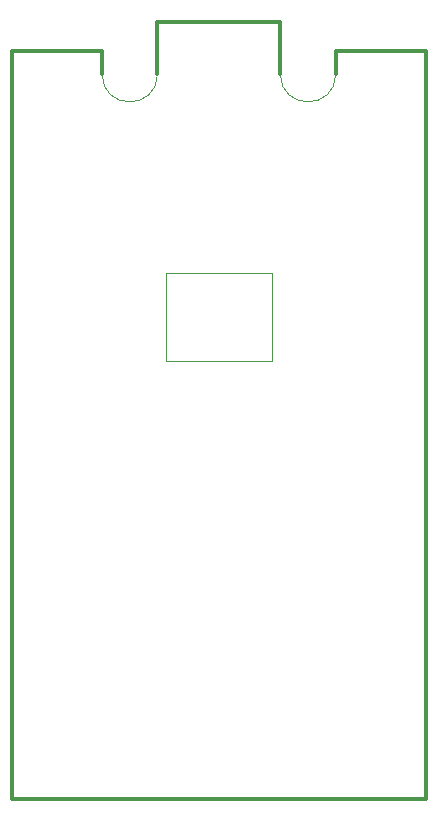
<source format=gko>
%FSLAX25Y25*%
%MOIN*%
G70*
G01*
G75*
G04 Layer_Color=16711935*
%ADD10C,0.01181*%
%ADD11C,0.00787*%
%ADD12C,0.01969*%
%ADD13C,0.03937*%
%ADD14R,0.03937X0.02756*%
%ADD15R,0.03150X0.05118*%
%ADD16R,0.02362X0.01969*%
%ADD17R,0.01969X0.02362*%
%ADD18R,0.04921X0.02756*%
%ADD19R,0.06693X0.03543*%
%ADD20R,0.06299X0.04921*%
%ADD21R,0.01181X0.03347*%
%ADD22R,0.02362X0.03347*%
%ADD23R,0.01969X0.01575*%
%ADD24R,0.02362X0.05512*%
%ADD25R,0.03150X0.07874*%
%ADD26R,0.02362X0.07874*%
%ADD27O,0.07480X0.12992*%
%ADD28R,0.01575X0.04724*%
%ADD29R,0.03543X0.03937*%
%ADD30O,0.05906X0.07874*%
%ADD31R,0.05906X0.07874*%
%ADD32R,0.04331X0.03937*%
%ADD33R,0.01575X0.06693*%
%ADD34R,0.02756X0.04921*%
%ADD35R,0.03543X0.02362*%
%ADD36O,0.02362X0.07874*%
%ADD37O,0.02362X0.05512*%
%ADD38R,0.05118X0.03150*%
%ADD39R,0.03937X0.02756*%
%ADD40R,0.02362X0.03937*%
%ADD41R,0.01969X0.03937*%
%ADD42O,0.05512X0.02362*%
%ADD43O,0.07874X0.09843*%
%ADD44O,0.09843X0.07874*%
%ADD45C,0.03150*%
%ADD46C,0.07874*%
%ADD47C,0.10000*%
%ADD48C,0.05906*%
%ADD49R,0.15300X0.31300*%
%ADD50R,0.33921X0.10400*%
%ADD51R,0.02874X0.02068*%
%ADD52R,0.11321X0.16200*%
%ADD53R,0.02719X0.08050*%
%ADD54R,0.06858X0.03154*%
%ADD55R,0.16400X0.14144*%
%ADD56R,0.09300X0.06156*%
%ADD57C,0.02559*%
G04:AMPARAMS|DCode=58|XSize=39.37mil|YSize=82.68mil|CornerRadius=17.72mil|HoleSize=0mil|Usage=FLASHONLY|Rotation=180.000|XOffset=0mil|YOffset=0mil|HoleType=Round|Shape=RoundedRectangle|*
%AMROUNDEDRECTD58*
21,1,0.03937,0.04724,0,0,180.0*
21,1,0.00394,0.08268,0,0,180.0*
1,1,0.03543,-0.00197,0.02362*
1,1,0.03543,0.00197,0.02362*
1,1,0.03543,0.00197,-0.02362*
1,1,0.03543,-0.00197,-0.02362*
%
%ADD58ROUNDEDRECTD58*%
G04:AMPARAMS|DCode=59|XSize=39.37mil|YSize=62.99mil|CornerRadius=17.72mil|HoleSize=0mil|Usage=FLASHONLY|Rotation=180.000|XOffset=0mil|YOffset=0mil|HoleType=Round|Shape=RoundedRectangle|*
%AMROUNDEDRECTD59*
21,1,0.03937,0.02756,0,0,180.0*
21,1,0.00394,0.06299,0,0,180.0*
1,1,0.03543,-0.00197,0.01378*
1,1,0.03543,0.00197,0.01378*
1,1,0.03543,0.00197,-0.01378*
1,1,0.03543,-0.00197,-0.01378*
%
%ADD59ROUNDEDRECTD59*%
%ADD60C,0.11811*%
%ADD61C,0.02362*%
%ADD62C,0.11811*%
%ADD63R,0.65400X0.19300*%
%ADD64R,0.65700X0.19200*%
%ADD65R,0.23000X0.09900*%
%ADD66R,0.11700X0.10615*%
%ADD67C,0.00197*%
%ADD68C,0.00394*%
%ADD69C,0.01000*%
%ADD70C,0.00984*%
%ADD71C,0.02362*%
%ADD72C,0.00500*%
%ADD73C,0.00800*%
%ADD74C,0.00591*%
%ADD75C,0.00400*%
%ADD76C,0.09843*%
%ADD77R,0.04331X0.03150*%
%ADD78R,0.03950X0.05918*%
%ADD79R,0.03162X0.02769*%
%ADD80R,0.02769X0.03162*%
%ADD81R,0.05721X0.03556*%
%ADD82R,0.07493X0.04343*%
%ADD83R,0.07099X0.05721*%
%ADD84R,0.01981X0.04147*%
%ADD85R,0.03162X0.04147*%
%ADD86R,0.02769X0.02375*%
%ADD87R,0.03162X0.06312*%
%ADD88R,0.03950X0.08674*%
%ADD89R,0.03162X0.08674*%
%ADD90O,0.08280X0.13792*%
%ADD91R,0.02375X0.05524*%
%ADD92R,0.04343X0.04737*%
%ADD93O,0.06706X0.08674*%
%ADD94R,0.06706X0.08674*%
%ADD95R,0.05131X0.04737*%
%ADD96R,0.02375X0.07493*%
%ADD97R,0.03556X0.05721*%
%ADD98R,0.04343X0.03162*%
%ADD99O,0.03162X0.08674*%
%ADD100O,0.03162X0.06312*%
%ADD101R,0.05918X0.03950*%
%ADD102R,0.04737X0.03556*%
%ADD103R,0.03162X0.04737*%
%ADD104R,0.02769X0.04737*%
%ADD105O,0.06312X0.03162*%
%ADD106O,0.08674X0.10642*%
%ADD107O,0.10642X0.08674*%
%ADD108C,0.03359*%
G04:AMPARAMS|DCode=109|XSize=47.37mil|YSize=90.68mil|CornerRadius=21.72mil|HoleSize=0mil|Usage=FLASHONLY|Rotation=180.000|XOffset=0mil|YOffset=0mil|HoleType=Round|Shape=RoundedRectangle|*
%AMROUNDEDRECTD109*
21,1,0.04737,0.04724,0,0,180.0*
21,1,0.00394,0.09068,0,0,180.0*
1,1,0.04343,-0.00197,0.02362*
1,1,0.04343,0.00197,0.02362*
1,1,0.04343,0.00197,-0.02362*
1,1,0.04343,-0.00197,-0.02362*
%
%ADD109ROUNDEDRECTD109*%
G04:AMPARAMS|DCode=110|XSize=47.37mil|YSize=70.99mil|CornerRadius=21.72mil|HoleSize=0mil|Usage=FLASHONLY|Rotation=180.000|XOffset=0mil|YOffset=0mil|HoleType=Round|Shape=RoundedRectangle|*
%AMROUNDEDRECTD110*
21,1,0.04737,0.02756,0,0,180.0*
21,1,0.00394,0.07099,0,0,180.0*
1,1,0.04343,-0.00197,0.01378*
1,1,0.04343,0.00197,0.01378*
1,1,0.04343,0.00197,-0.01378*
1,1,0.04343,-0.00197,-0.01378*
%
%ADD110ROUNDEDRECTD110*%
%ADD111C,0.12611*%
%ADD112C,0.03162*%
%ADD113R,0.10982X0.13159*%
%ADD114R,0.17890X0.17757*%
D10*
X-68900Y-124700D02*
Y124513D01*
X68895Y-124700D02*
Y124513D01*
X-68900Y-124700D02*
X68895D01*
X-68900D02*
X-61026D01*
X-68900D02*
X-61026D01*
X-20475Y116836D02*
Y134355D01*
X-38979Y116836D02*
Y124513D01*
X20470Y116836D02*
Y134355D01*
X-68900Y124513D02*
X-38979D01*
X38974Y116836D02*
Y124513D01*
X-20475Y134355D02*
X20470D01*
X38974Y124513D02*
X68895D01*
D68*
X-38979Y116836D02*
G03*
X-20475Y116836I9252J0D01*
G01*
X20470D02*
G03*
X38974Y116836I9252J0D01*
G01*
X69092Y124513D02*
G03*
X69092Y124513I-197J0D01*
G01*
X-68703D02*
G03*
X-68703Y124513I-197J0D01*
G01*
X69092D02*
G03*
X69092Y124513I-197J0D01*
G01*
D02*
G03*
X69092Y124513I-197J0D01*
G01*
X-17719Y21202D02*
X-17717Y21200D01*
X-17719Y21202D02*
Y50497D01*
X-17710Y50488D01*
X17805D01*
X17717Y50400D02*
X17805Y50488D01*
X17717Y21200D02*
Y50400D01*
X-17717Y21200D02*
X17717D01*
M02*

</source>
